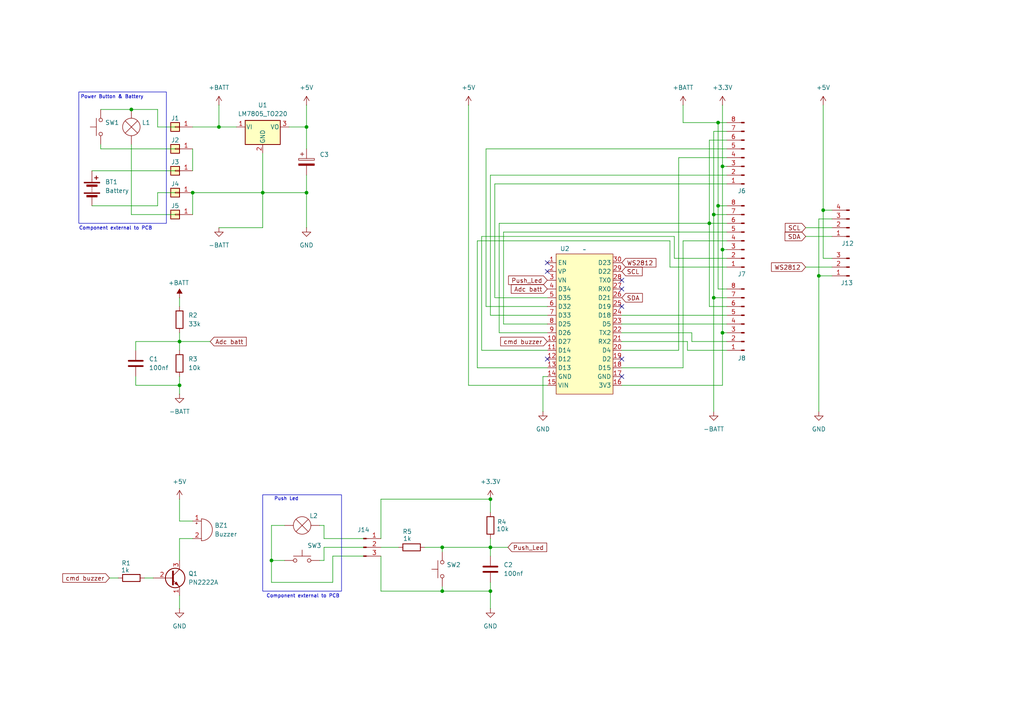
<source format=kicad_sch>
(kicad_sch (version 20250114) (generator "eeschema") (generator_version "9.0")
  (paper "A4")
  (title_block (title "Self Balancing Cube") (date "2024-09-04") (rev "1.12") (company "By Pedro51"))
  (lib_symbols
    (symbol "Connector:Conn_01x03_Pin" (pin_names (offset 1.016) (hide yes))
      (property "Reference" "J" (at 0 5.08 0))
      (property "Value" "Conn_01x03_Pin" (at 0 -5.08 0))
      (symbol "Conn_01x03_Pin_1_1"
        (rectangle (start 0.8636 2.667) (end 0 2.413) (stroke (width 0.1524)) (fill (type outline)))
        (rectangle (start 0.8636 0.127) (end 0 -0.127) (stroke (width 0.1524)) (fill (type outline)))
        (rectangle (start 0.8636 -2.413) (end 0 -2.667) (stroke (width 0.1524)) (fill (type outline)))
        (polyline (pts (xy 1.27 2.54) (xy 0.8636 2.54)) (stroke (width 0.1524)))
        (polyline (pts (xy 1.27 0) (xy 0.8636 0)) (stroke (width 0.1524)))
        (polyline (pts (xy 1.27 -2.54) (xy 0.8636 -2.54)) (stroke (width 0.1524)))
        (pin passive line (at 5.08 2.54 180) (length 3.81) (name "Pin_1") (number "1"))
        (pin passive line (at 5.08 0 180) (length 3.81) (name "Pin_2") (number "2"))
        (pin passive line (at 5.08 -2.54 180) (length 3.81) (name "Pin_3") (number "3"))
      )
    )
    (symbol "Connector:Conn_01x04_Pin" (pin_names (offset 1.016) (hide yes))
      (property "Reference" "J" (at 0 5.08 0))
      (property "Value" "Conn_01x04_Pin" (at 0 -7.62 0))
      (symbol "Conn_01x04_Pin_1_1"
        (rectangle (start 0.8636 2.667) (end 0 2.413) (stroke (width 0.1524)) (fill (type outline)))
        (rectangle (start 0.8636 0.127) (end 0 -0.127) (stroke (width 0.1524)) (fill (type outline)))
        (rectangle (start 0.8636 -2.413) (end 0 -2.667) (stroke (width 0.1524)) (fill (type outline)))
        (rectangle (start 0.8636 -4.953) (end 0 -5.207) (stroke (width 0.1524)) (fill (type outline)))
        (polyline (pts (xy 1.27 2.54) (xy 0.8636 2.54)) (stroke (width 0.1524)))
        (polyline (pts (xy 1.27 0) (xy 0.8636 0)) (stroke (width 0.1524)))
        (polyline (pts (xy 1.27 -2.54) (xy 0.8636 -2.54)) (stroke (width 0.1524)))
        (polyline (pts (xy 1.27 -5.08) (xy 0.8636 -5.08)) (stroke (width 0.1524)))
        (pin passive line (at 5.08 2.54 180) (length 3.81) (name "Pin_1") (number "1"))
        (pin passive line (at 5.08 0 180) (length 3.81) (name "Pin_2") (number "2"))
        (pin passive line (at 5.08 -2.54 180) (length 3.81) (name "Pin_3") (number "3"))
        (pin passive line (at 5.08 -5.08 180) (length 3.81) (name "Pin_4") (number "4"))
      )
    )
    (symbol "Connector:Conn_01x08_Pin" (pin_names (offset 1.016) (hide yes))
      (property "Reference" "J" (at 0 10.16 0))
      (property "Value" "Conn_01x08_Pin" (at 0 -12.7 0))
      (symbol "Conn_01x08_Pin_1_1"
        (rectangle (start 0.8636 7.747) (end 0 7.493) (stroke (width 0.1524)) (fill (type outline)))
        (rectangle (start 0.8636 5.207) (end 0 4.953) (stroke (width 0.1524)) (fill (type outline)))
        (rectangle (start 0.8636 2.667) (end 0 2.413) (stroke (width 0.1524)) (fill (type outline)))
        (rectangle (start 0.8636 0.127) (end 0 -0.127) (stroke (width 0.1524)) (fill (type outline)))
        (rectangle (start 0.8636 -2.413) (end 0 -2.667) (stroke (width 0.1524)) (fill (type outline)))
        (rectangle (start 0.8636 -4.953) (end 0 -5.207) (stroke (width 0.1524)) (fill (type outline)))
        (rectangle (start 0.8636 -7.493) (end 0 -7.747) (stroke (width 0.1524)) (fill (type outline)))
        (rectangle (start 0.8636 -10.033) (end 0 -10.287) (stroke (width 0.1524)) (fill (type outline)))
        (polyline (pts (xy 1.27 7.62) (xy 0.8636 7.62)) (stroke (width 0.1524)))
        (polyline (pts (xy 1.27 5.08) (xy 0.8636 5.08)) (stroke (width 0.1524)))
        (polyline (pts (xy 1.27 2.54) (xy 0.8636 2.54)) (stroke (width 0.1524)))
        (polyline (pts (xy 1.27 0) (xy 0.8636 0)) (stroke (width 0.1524)))
        (polyline (pts (xy 1.27 -2.54) (xy 0.8636 -2.54)) (stroke (width 0.1524)))
        (polyline (pts (xy 1.27 -5.08) (xy 0.8636 -5.08)) (stroke (width 0.1524)))
        (polyline (pts (xy 1.27 -7.62) (xy 0.8636 -7.62)) (stroke (width 0.1524)))
        (polyline (pts (xy 1.27 -10.16) (xy 0.8636 -10.16)) (stroke (width 0.1524)))
        (pin passive line (at 5.08 7.62 180) (length 3.81) (name "Pin_1") (number "1"))
        (pin passive line (at 5.08 5.08 180) (length 3.81) (name "Pin_2") (number "2"))
        (pin passive line (at 5.08 2.54 180) (length 3.81) (name "Pin_3") (number "3"))
        (pin passive line (at 5.08 0 180) (length 3.81) (name "Pin_4") (number "4"))
        (pin passive line (at 5.08 -2.54 180) (length 3.81) (name "Pin_5") (number "5"))
        (pin passive line (at 5.08 -5.08 180) (length 3.81) (name "Pin_6") (number "6"))
        (pin passive line (at 5.08 -7.62 180) (length 3.81) (name "Pin_7") (number "7"))
        (pin passive line (at 5.08 -10.16 180) (length 3.81) (name "Pin_8") (number "8"))
      )
    )
    (symbol "Connector_Generic:Conn_01x01" (pin_names (offset 1.016) (hide yes))
      (property "Reference" "J" (at 0 2.54 0))
      (property "Value" "Conn_01x01" (at 0 -2.54 0))
      (symbol "Conn_01x01_1_1"
        (rectangle (start -1.27 1.27) (end 1.27 -1.27) (stroke (width 0.254)) (fill (type background)))
        (rectangle (start -1.27 0.127) (end 0 -0.127) (stroke (width 0.1524)))
        (pin passive line (at -5.08 0 0) (length 3.81) (name "Pin_1") (number "1"))
      )
    )
    (symbol "Device:Battery" (pin_numbers (hide yes)) (pin_names (offset 0) (hide yes))
      (property "Reference" "BT" (at 2.54 2.54 0))
      (property "Value" "Battery" (at 2.54 0 0))
      (symbol "Battery_0_1"
        (rectangle (start -2.286 1.778) (end 2.286 1.524) (fill (type outline)))
        (rectangle (start -2.286 -1.27) (end 2.286 -1.524) (fill (type outline)))
        (rectangle (start -1.524 1.016) (end 1.524 0.508) (fill (type outline)))
        (rectangle (start -1.524 -2.032) (end 1.524 -2.54) (fill (type outline)))
        (polyline (pts (xy 0 1.778) (xy 0 2.54)))
        (polyline (pts (xy 0 0) (xy 0 0.254)))
        (polyline (pts (xy 0 -0.508) (xy 0 -0.254)))
        (polyline (pts (xy 0 -1.016) (xy 0 -0.762)))
        (polyline (pts (xy 0.762 3.048) (xy 1.778 3.048)) (stroke (width 0.254)))
        (polyline (pts (xy 1.27 3.556) (xy 1.27 2.54)) (stroke (width 0.254)))
      )
      (symbol "Battery_1_1"
        (pin passive line (at 0 5.08 270) (length 2.54) (name "+") (number "1"))
        (pin passive line (at 0 -5.08 90) (length 2.54) (name "-") (number "2"))
      )
    )
    (symbol "Device:Buzzer" (pin_names (offset 0.0254) (hide yes))
      (property "Reference" "BZ" (at 3.81 1.27 0))
      (property "Value" "Buzzer" (at 3.81 -1.27 0))
      (symbol "Buzzer_0_1"
        (polyline (pts (xy -1.651 1.905) (xy -1.143 1.905)))
        (polyline (pts (xy -1.397 2.159) (xy -1.397 1.651)))
        (arc (start 0 3.175) (mid 3.1612 0) (end 0 -3.175))
        (polyline (pts (xy 0 3.175) (xy 0 -3.175)))
      )
      (symbol "Buzzer_1_1"
        (pin passive line (at -2.54 2.54 0) (length 2.54) (name "+") (number "1"))
        (pin passive line (at -2.54 -2.54 0) (length 2.54) (name "-") (number "2"))
      )
    )
    (symbol "Device:C" (pin_numbers (hide yes)) (pin_names (offset 0.254))
      (property "Reference" "C" (at 0.635 2.54 0))
      (property "Value" "C" (at 0.635 -2.54 0))
      (symbol "C_0_1"
        (polyline (pts (xy -2.032 0.762) (xy 2.032 0.762)) (stroke (width 0.508)))
        (polyline (pts (xy -2.032 -0.762) (xy 2.032 -0.762)) (stroke (width 0.508)))
      )
      (symbol "C_1_1"
        (pin passive line (at 0 3.81 270) (length 2.794) (name "~") (number "1"))
        (pin passive line (at 0 -3.81 90) (length 2.794) (name "~") (number "2"))
      )
    )
    (symbol "Device:C_Polarized" (pin_numbers (hide yes)) (pin_names (offset 0.254))
      (property "Reference" "C" (at 0.635 2.54 0))
      (property "Value" "C_Polarized" (at 0.635 -2.54 0))
      (symbol "C_Polarized_0_1"
        (rectangle (start -2.286 0.508) (end 2.286 1.016))
        (polyline (pts (xy -1.778 2.286) (xy -0.762 2.286)))
        (polyline (pts (xy -1.27 2.794) (xy -1.27 1.778)))
        (rectangle (start 2.286 -0.508) (end -2.286 -1.016) (fill (type outline)))
      )
      (symbol "C_Polarized_1_1"
        (pin passive line (at 0 3.81 270) (length 2.794) (name "~") (number "1"))
        (pin passive line (at 0 -3.81 90) (length 2.794) (name "~") (number "2"))
      )
    )
    (symbol "Device:Lamp" (pin_numbers (hide yes)) (pin_names (offset 0.0254) (hide yes))
      (property "Reference" "LA" (at 0.635 3.81 0))
      (property "Value" "Lamp" (at 0.635 -3.81 0))
      (symbol "Lamp_0_1"
        (polyline (pts (xy -1.778 1.778) (xy 1.778 -1.778)))
        (circle (center 0 0) (radius 2.54))
        (polyline (pts (xy 1.778 1.778) (xy -1.778 -1.778)))
      )
      (symbol "Lamp_1_1"
        (pin passive line (at 0 5.08 270) (length 2.54) (name "+") (number "2"))
        (pin passive line (at 0 -5.08 90) (length 2.54) (name "-") (number "1"))
      )
    )
    (symbol "Device:R" (pin_numbers (hide yes)) (pin_names (offset 0))
      (property "Reference" "R" (at 2.032 0 90))
      (property "Value" "R" (at 0 0 90))
      (symbol "R_0_1"
        (rectangle (start -1.016 -2.54) (end 1.016 2.54) (stroke (width 0.254)))
      )
      (symbol "R_1_1"
        (pin passive line (at 0 3.81 270) (length 1.27) (name "~") (number "1"))
        (pin passive line (at 0 -3.81 90) (length 1.27) (name "~") (number "2"))
      )
    )
    (symbol "Regulator_Linear:LM7805_TO220" (pin_names (offset 0.254))
      (property "Reference" "U" (at -3.81 3.175 0))
      (property "Value" "LM7805_TO220" (at 0 3.175 0))
      (symbol "LM7805_TO220_0_1"
        (rectangle (start -5.08 1.905) (end 5.08 -5.08) (stroke (width 0.254)) (fill (type background)))
      )
      (symbol "LM7805_TO220_1_1"
        (pin power_in line (at -7.62 0 0) (length 2.54) (name "VI") (number "1"))
        (pin power_in line (at 0 -7.62 90) (length 2.54) (name "GND") (number "2"))
        (pin power_out line (at 7.62 0 180) (length 2.54) (name "VO") (number "3"))
      )
    )
    (symbol "Switch:SW_Push" (pin_numbers (hide yes)) (pin_names (offset 1.016) (hide yes))
      (property "Reference" "SW" (at 1.27 2.54 0))
      (property "Value" "SW_Push" (at 0 -1.524 0))
      (symbol "SW_Push_0_1"
        (circle (center -2.032 0) (radius 0.508))
        (polyline (pts (xy 0 1.27) (xy 0 3.048)))
        (circle (center 2.032 0) (radius 0.508))
        (polyline (pts (xy 2.54 1.27) (xy -2.54 1.27)))
        (pin passive line (at -5.08 0 0) (length 2.54) (name "1") (number "1"))
        (pin passive line (at 5.08 0 180) (length 2.54) (name "2") (number "2"))
      )
    )
    (symbol "SymbolePerso:ESP32_module_38pin"
      (property "Reference" "U?" (at -6.35 20.32 0))
      (symbol "ESP32_module_38pin_1_1"
        (polyline (pts (xy -7.62 19.05) (xy 8.89 19.05) (xy 8.89 -21.59) (xy -7.62 -21.59) (xy -7.62 19.05)) (fill (type background)))
        (pin input line (at -10.16 16.51 0) (length 2.54) (name "EN") (number "1"))
        (pin bidirectional line (at -10.16 13.97 0) (length 2.54) (name "VP") (number "2"))
        (pin bidirectional line (at -10.16 11.43 0) (length 2.54) (name "VN") (number "3"))
        (pin bidirectional line (at -10.16 8.89 0) (length 2.54) (name "D34") (number "4"))
        (pin bidirectional line (at -10.16 6.35 0) (length 2.54) (name "D35") (number "5"))
        (pin bidirectional line (at -10.16 3.81 0) (length 2.54) (name "D32") (number "6"))
        (pin bidirectional line (at -10.16 1.27 0) (length 2.54) (name "D33") (number "7"))
        (pin bidirectional line (at -10.16 -1.27 0) (length 2.54) (name "D25") (number "8"))
        (pin bidirectional line (at -10.16 -3.81 0) (length 2.54) (name "D26") (number "9"))
        (pin bidirectional line (at -10.16 -6.35 0) (length 2.54) (name "D27") (number "10"))
        (pin bidirectional line (at -10.16 -8.89 0) (length 2.54) (name "D14") (number "11"))
        (pin bidirectional line (at -10.16 -11.43 0) (length 2.54) (name "D12") (number "12"))
        (pin bidirectional line (at -10.16 -13.97 0) (length 2.54) (name "D13") (number "13"))
        (pin power_in line (at -10.16 -16.51 0) (length 2.54) (name "GND") (number "14"))
        (pin power_in line (at -10.16 -19.05 0) (length 2.54) (name "VIN") (number "15"))
        (pin bidirectional line (at 11.43 16.51 180) (length 2.54) (name "D23") (number "30"))
        (pin bidirectional line (at 11.43 13.97 180) (length 2.54) (name "D22") (number "29"))
        (pin output line (at 11.43 11.43 180) (length 2.54) (name "TX0") (number "28"))
        (pin input line (at 11.43 8.89 180) (length 2.54) (name "RX0") (number "27"))
        (pin bidirectional line (at 11.43 6.35 180) (length 2.54) (name "D21") (number "26"))
        (pin bidirectional line (at 11.43 3.81 180) (length 2.54) (name "D19") (number "25"))
        (pin bidirectional line (at 11.43 1.27 180) (length 2.54) (name "D18") (number "24"))
        (pin bidirectional line (at 11.43 -1.27 180) (length 2.54) (name "D5") (number "23"))
        (pin output line (at 11.43 -3.81 180) (length 2.54) (name "TX2") (number "22"))
        (pin input line (at 11.43 -6.35 180) (length 2.54) (name "RX2") (number "21"))
        (pin bidirectional line (at 11.43 -8.89 180) (length 2.54) (name "D4") (number "20"))
        (pin bidirectional line (at 11.43 -11.43 180) (length 2.54) (name "D2") (number "19"))
        (pin bidirectional line (at 11.43 -13.97 180) (length 2.54) (name "D15") (number "18"))
        (pin power_in line (at 11.43 -16.51 180) (length 2.54) (name "GND") (number "17"))
        (pin power_out line (at 11.43 -19.05 180) (length 2.54) (name "3V3") (number "16"))
      )
    )
    (symbol "Transistor_BJT:PN2222A" (pin_names (offset 0) (hide yes))
      (property "Reference" "Q" (at 5.08 1.905 0))
      (property "Value" "PN2222A" (at 5.08 0 0))
      (symbol "PN2222A_0_1"
        (polyline (pts (xy 0 0) (xy 0.635 0)))
        (polyline (pts (xy 0.635 1.905) (xy 0.635 -1.905) (xy 0.635 -1.905)) (stroke (width 0.508)))
        (polyline (pts (xy 1.143 -1.651) (xy 1.651 -1.143) (xy 2.159 -2.159) (xy 1.143 -1.651) (xy 1.143 -1.651)) (fill (type outline)))
        (circle (center 1.27 0) (radius 2.8194) (stroke (width 0.254)))
        (polyline (pts (xy 2.413 -2.413) (xy 1.905 -1.905) (xy 1.905 -1.905)))
        (polyline (pts (xy 2.54 2.54) (xy 0.635 0.635)))
        (polyline (pts (xy 2.54 -2.54) (xy 0.635 -0.635)))
      )
      (symbol "PN2222A_1_1"
        (pin input line (at -5.08 0 0) (length 5.08) (name "B") (number "2"))
        (pin passive line (at 2.54 5.08 270) (length 2.54) (name "C") (number "3"))
        (pin passive line (at 2.54 -5.08 90) (length 2.54) (name "E") (number "1"))
      )
    )
    (symbol "power:+3.3V" (power) (pin_numbers (hide yes)) (pin_names (offset 0) (hide yes))
      (property "Value" "+3.3V" (at 0 3.556 0))
      (symbol "+3.3V_0_1"
        (polyline (pts (xy -0.762 1.27) (xy 0 2.54)))
        (polyline (pts (xy 0 2.54) (xy 0.762 1.27)))
        (polyline (pts (xy 0 0) (xy 0 2.54)))
      )
      (symbol "+3.3V_1_1"
        (pin power_in line (at 0 0 90) (length 0) (name "~") (number "1"))
      )
    )
    (symbol "power:+5V" (power) (pin_numbers (hide yes)) (pin_names (offset 0) (hide yes))
      (property "Value" "+5V" (at 0 3.556 0))
      (symbol "+5V_0_1"
        (polyline (pts (xy -0.762 1.27) (xy 0 2.54)))
        (polyline (pts (xy 0 2.54) (xy 0.762 1.27)))
        (polyline (pts (xy 0 0) (xy 0 2.54)))
      )
      (symbol "+5V_1_1"
        (pin power_in line (at 0 0 90) (length 0) (name "~") (number "1"))
      )
    )
    (symbol "power:+BATT" (power) (pin_numbers (hide yes)) (pin_names (offset 0) (hide yes))
      (property "Value" "+BATT" (at 0 3.556 0))
      (symbol "+BATT_0_1"
        (polyline (pts (xy -0.762 1.27) (xy 0 2.54)))
        (polyline (pts (xy 0 2.54) (xy 0.762 1.27)))
        (polyline (pts (xy 0 0) (xy 0 2.54)))
      )
      (symbol "+BATT_1_1"
        (pin power_in line (at 0 0 90) (length 0) (name "~") (number "1"))
      )
    )
    (symbol "power:-BATT" (power) (pin_numbers (hide yes)) (pin_names (offset 0) (hide yes))
      (property "Value" "-BATT" (at 0 3.556 0))
      (symbol "-BATT_0_1"
        (polyline (pts (xy 0 0) (xy 0 2.54)))
        (polyline (pts (xy 0.762 1.27) (xy -0.762 1.27) (xy 0 2.54) (xy 0.762 1.27)) (fill (type outline)))
      )
      (symbol "-BATT_1_1"
        (pin power_in line (at 0 0 90) (length 0) (name "~") (number "1"))
      )
    )
    (symbol "power:GND" (power) (pin_numbers (hide yes)) (pin_names (offset 0) (hide yes))
      (property "Value" "GND" (at 0 -3.81 0))
      (symbol "GND_0_1"
        (polyline (pts (xy 0 0) (xy 0 -1.27) (xy 1.27 -1.27) (xy 0 -2.54) (xy -1.27 -1.27) (xy 0 -1.27)))
      )
      (symbol "GND_1_1"
        (pin power_in line (at 0 0 270) (length 0) (name "~") (number "1"))
      )
    )
  )
  (rectangle (start 22.86 26.67) (end 48.26 64.77))
  (rectangle (start 76.2 143.51) (end 99.06 171.45))
  (text "Component external to PCB" (at 87.884 172.974 0) (effects (font (size 1 1))))
  (text "Push Led" (at 83.058 144.78 0) (effects (font (size 1 1))))
  (text "Component external to PCB" (at 33.528 66.294 0) (effects (font (size 1 1))))
  (text "Power Button & Battery" (at 32.512 28.194 0) (effects (font (size 1 1))))
  (junction (at 205.74 64.77))
  (junction (at 52.07 111.76))
  (junction (at 142.24 144.78))
  (junction (at 38.1 31.75))
  (junction (at 208.28 35.56))
  (junction (at 208.28 59.69))
  (junction (at 238.76 60.96))
  (junction (at 52.07 99.06))
  (junction (at 128.27 171.45))
  (junction (at 88.9 36.83))
  (junction (at 88.9 55.88))
  (junction (at 142.24 171.45))
  (junction (at 207.01 86.36))
  (junction (at 128.27 158.75))
  (junction (at 237.49 80.01))
  (junction (at 209.55 96.52))
  (junction (at 76.2 55.88))
  (junction (at 209.55 72.39))
  (junction (at 78.74 162.56))
  (junction (at 55.88 55.88))
  (junction (at 209.55 48.26))
  (junction (at 142.24 158.75))
  (junction (at 207.01 62.23))
  (junction (at 63.5 36.83))
  (no_connect (at 180.34 83.82))
  (no_connect (at 180.34 104.14))
  (no_connect (at 158.75 104.14))
  (no_connect (at 158.75 76.2))
  (no_connect (at 180.34 88.9))
  (no_connect (at 158.75 78.74))
  (no_connect (at 180.34 109.22))
  (no_connect (at 180.34 81.28))
  (wire (pts (xy 52.07 172.72) (xy 52.07 176.53)))
  (wire (pts (xy 139.7 68.58) (xy 139.7 101.6)))
  (wire (pts (xy 142.24 158.75) (xy 147.32 158.75)))
  (wire (pts (xy 209.55 48.26) (xy 209.55 72.39)))
  (wire (pts (xy 128.27 170.18) (xy 128.27 171.45)))
  (wire (pts (xy 29.21 43.18) (xy 50.8 43.18)))
  (wire (pts (xy 55.88 55.88) (xy 76.2 55.88)))
  (wire (pts (xy 199.39 101.6) (xy 199.39 99.06)))
  (wire (pts (xy 180.34 91.44) (xy 210.82 91.44)))
  (wire (pts (xy 144.78 96.52) (xy 144.78 64.77)))
  (wire (pts (xy 198.12 35.56) (xy 208.28 35.56)))
  (wire (pts (xy 205.74 64.77) (xy 210.82 64.77)))
  (wire (pts (xy 142.24 50.8) (xy 142.24 91.44)))
  (wire (pts (xy 209.55 72.39) (xy 210.82 72.39)))
  (wire (pts (xy 110.49 171.45) (xy 110.49 161.29)))
  (wire (pts (xy 52.07 111.76) (xy 52.07 114.3)))
  (wire (pts (xy 88.9 36.83) (xy 88.9 43.18)))
  (wire (pts (xy 105.41 156.21) (xy 93.98 156.21)))
  (wire (pts (xy 209.55 72.39) (xy 209.55 96.52)))
  (wire (pts (xy 142.24 168.91) (xy 142.24 171.45)))
  (wire (pts (xy 55.88 151.13) (xy 52.07 151.13)))
  (wire (pts (xy 198.12 106.68) (xy 180.34 106.68)))
  (wire (pts (xy 110.49 171.45) (xy 128.27 171.45)))
  (wire (pts (xy 210.82 77.47) (xy 194.31 77.47)))
  (wire (pts (xy 105.41 158.75) (xy 93.98 158.75)))
  (wire (pts (xy 210.82 74.93) (xy 195.58 74.93)))
  (wire (pts (xy 210.82 50.8) (xy 142.24 50.8)))
  (wire (pts (xy 52.07 109.22) (xy 52.07 111.76)))
  (wire (pts (xy 78.74 162.56) (xy 82.55 162.56)))
  (wire (pts (xy 143.51 86.36) (xy 143.51 53.34)))
  (wire (pts (xy 39.37 111.76) (xy 39.37 109.22)))
  (wire (pts (xy 52.07 99.06) (xy 52.07 101.6)))
  (wire (pts (xy 199.39 99.06) (xy 180.34 99.06)))
  (wire (pts (xy 55.88 55.88) (xy 55.88 62.23)))
  (wire (pts (xy 83.82 36.83) (xy 88.9 36.83)))
  (wire (pts (xy 93.98 158.75) (xy 93.98 162.56)))
  (wire (pts (xy 200.66 99.06) (xy 210.82 99.06)))
  (wire (pts (xy 52.07 156.21) (xy 55.88 156.21)))
  (wire (pts (xy 123.19 158.75) (xy 128.27 158.75)))
  (wire (pts (xy 138.43 106.68) (xy 158.75 106.68)))
  (wire (pts (xy 88.9 55.88) (xy 88.9 66.04)))
  (wire (pts (xy 110.49 144.78) (xy 110.49 156.21)))
  (wire (pts (xy 93.98 156.21) (xy 93.98 152.4)))
  (wire (pts (xy 233.68 66.04) (xy 241.3 66.04)))
  (wire (pts (xy 128.27 158.75) (xy 128.27 160.02)))
  (wire (pts (xy 140.97 43.18) (xy 140.97 88.9)))
  (wire (pts (xy 210.82 43.18) (xy 140.97 43.18)))
  (wire (pts (xy 209.55 111.76) (xy 209.55 96.52)))
  (wire (pts (xy 128.27 158.75) (xy 142.24 158.75)))
  (wire (pts (xy 29.21 43.18) (xy 29.21 41.91)))
  (wire (pts (xy 41.91 167.64) (xy 44.45 167.64)))
  (wire (pts (xy 158.75 109.22) (xy 157.48 109.22)))
  (wire (pts (xy 52.07 144.78) (xy 52.07 151.13)))
  (wire (pts (xy 52.07 111.76) (xy 39.37 111.76)))
  (wire (pts (xy 205.74 40.64) (xy 205.74 64.77)))
  (wire (pts (xy 210.82 88.9) (xy 205.74 88.9)))
  (wire (pts (xy 210.82 67.31) (xy 146.05 67.31)))
  (wire (pts (xy 196.85 45.72) (xy 196.85 101.6)))
  (wire (pts (xy 38.1 41.91) (xy 38.1 62.23)))
  (wire (pts (xy 207.01 62.23) (xy 210.82 62.23)))
  (wire (pts (xy 241.3 60.96) (xy 238.76 60.96)))
  (wire (pts (xy 241.3 63.5) (xy 237.49 63.5)))
  (wire (pts (xy 237.49 80.01) (xy 241.3 80.01)))
  (wire (pts (xy 52.07 162.56) (xy 52.07 156.21)))
  (wire (pts (xy 76.2 44.45) (xy 76.2 55.88)))
  (wire (pts (xy 92.71 152.4) (xy 93.98 152.4)))
  (wire (pts (xy 208.28 35.56) (xy 208.28 59.69)))
  (wire (pts (xy 207.01 38.1) (xy 207.01 62.23)))
  (wire (pts (xy 207.01 86.36) (xy 207.01 119.38)))
  (wire (pts (xy 207.01 86.36) (xy 207.01 62.23)))
  (wire (pts (xy 210.82 35.56) (xy 208.28 35.56)))
  (wire (pts (xy 139.7 101.6) (xy 158.75 101.6)))
  (wire (pts (xy 110.49 158.75) (xy 115.57 158.75)))
  (wire (pts (xy 210.82 69.85) (xy 198.12 69.85)))
  (wire (pts (xy 146.05 67.31) (xy 146.05 93.98)))
  (wire (pts (xy 146.05 93.98) (xy 158.75 93.98)))
  (wire (pts (xy 88.9 30.48) (xy 88.9 36.83)))
  (wire (pts (xy 180.34 111.76) (xy 209.55 111.76)))
  (wire (pts (xy 210.82 45.72) (xy 196.85 45.72)))
  (wire (pts (xy 92.71 162.56) (xy 93.98 162.56)))
  (wire (pts (xy 55.88 36.83) (xy 63.5 36.83)))
  (wire (pts (xy 196.85 101.6) (xy 180.34 101.6)))
  (wire (pts (xy 210.82 40.64) (xy 205.74 40.64)))
  (wire (pts (xy 39.37 101.6) (xy 39.37 99.06)))
  (wire (pts (xy 52.07 99.06) (xy 60.96 99.06)))
  (wire (pts (xy 76.2 55.88) (xy 76.2 66.04)))
  (wire (pts (xy 142.24 144.78) (xy 142.24 148.59)))
  (wire (pts (xy 158.75 86.36) (xy 143.51 86.36)))
  (wire (pts (xy 241.3 74.93) (xy 238.76 74.93)))
  (wire (pts (xy 158.75 111.76) (xy 135.89 111.76)))
  (wire (pts (xy 237.49 63.5) (xy 237.49 80.01)))
  (wire (pts (xy 210.82 101.6) (xy 199.39 101.6)))
  (wire (pts (xy 142.24 171.45) (xy 142.24 176.53)))
  (wire (pts (xy 31.75 167.64) (xy 34.29 167.64)))
  (wire (pts (xy 210.82 86.36) (xy 207.01 86.36)))
  (wire (pts (xy 210.82 38.1) (xy 207.01 38.1)))
  (wire (pts (xy 78.74 152.4) (xy 82.55 152.4)))
  (wire (pts (xy 88.9 50.8) (xy 88.9 55.88)))
  (wire (pts (xy 128.27 171.45) (xy 142.24 171.45)))
  (wire (pts (xy 195.58 68.58) (xy 139.7 68.58)))
  (wire (pts (xy 96.52 161.29) (xy 96.52 168.91)))
  (wire (pts (xy 45.72 59.69) (xy 26.67 59.69)))
  (wire (pts (xy 45.72 55.88) (xy 45.72 59.69)))
  (wire (pts (xy 45.72 31.75) (xy 45.72 36.83)))
  (wire (pts (xy 29.21 31.75) (xy 38.1 31.75)))
  (wire (pts (xy 38.1 31.75) (xy 45.72 31.75)))
  (wire (pts (xy 142.24 91.44) (xy 158.75 91.44)))
  (wire (pts (xy 195.58 74.93) (xy 195.58 68.58)))
  (wire (pts (xy 157.48 109.22) (xy 157.48 119.38)))
  (wire (pts (xy 52.07 96.52) (xy 52.07 99.06)))
  (wire (pts (xy 50.8 49.53) (xy 26.67 49.53)))
  (wire (pts (xy 63.5 36.83) (xy 68.58 36.83)))
  (wire (pts (xy 238.76 30.48) (xy 238.76 60.96)))
  (wire (pts (xy 50.8 62.23) (xy 38.1 62.23)))
  (wire (pts (xy 39.37 99.06) (xy 52.07 99.06)))
  (wire (pts (xy 209.55 96.52) (xy 210.82 96.52)))
  (wire (pts (xy 237.49 80.01) (xy 237.49 119.38)))
  (wire (pts (xy 198.12 69.85) (xy 198.12 106.68)))
  (wire (pts (xy 238.76 74.93) (xy 238.76 60.96)))
  (wire (pts (xy 208.28 59.69) (xy 210.82 59.69)))
  (wire (pts (xy 55.88 43.18) (xy 55.88 49.53)))
  (wire (pts (xy 78.74 152.4) (xy 78.74 162.56)))
  (wire (pts (xy 76.2 55.88) (xy 88.9 55.88)))
  (wire (pts (xy 140.97 88.9) (xy 158.75 88.9)))
  (wire (pts (xy 63.5 30.48) (xy 63.5 36.83)))
  (wire (pts (xy 210.82 83.82) (xy 208.28 83.82)))
  (wire (pts (xy 194.31 77.47) (xy 194.31 69.85)))
  (wire (pts (xy 210.82 48.26) (xy 209.55 48.26)))
  (wire (pts (xy 198.12 30.48) (xy 198.12 35.56)))
  (wire (pts (xy 45.72 36.83) (xy 50.8 36.83)))
  (wire (pts (xy 76.2 66.04) (xy 63.5 66.04)))
  (wire (pts (xy 158.75 96.52) (xy 144.78 96.52)))
  (wire (pts (xy 78.74 162.56) (xy 78.74 168.91)))
  (wire (pts (xy 142.24 161.29) (xy 142.24 158.75)))
  (wire (pts (xy 143.51 53.34) (xy 210.82 53.34)))
  (wire (pts (xy 96.52 168.91) (xy 78.74 168.91)))
  (wire (pts (xy 180.34 93.98) (xy 210.82 93.98)))
  (wire (pts (xy 138.43 69.85) (xy 138.43 106.68)))
  (wire (pts (xy 110.49 144.78) (xy 142.24 144.78)))
  (wire (pts (xy 142.24 156.21) (xy 142.24 158.75)))
  (wire (pts (xy 208.28 83.82) (xy 208.28 59.69)))
  (wire (pts (xy 233.68 68.58) (xy 241.3 68.58)))
  (wire (pts (xy 144.78 64.77) (xy 205.74 64.77)))
  (wire (pts (xy 135.89 111.76) (xy 135.89 30.48)))
  (wire (pts (xy 200.66 96.52) (xy 200.66 99.06)))
  (wire (pts (xy 50.8 55.88) (xy 45.72 55.88)))
  (wire (pts (xy 52.07 86.36) (xy 52.07 88.9)))
  (wire (pts (xy 209.55 30.48) (xy 209.55 48.26)))
  (wire (pts (xy 105.41 161.29) (xy 96.52 161.29)))
  (wire (pts (xy 180.34 96.52) (xy 200.66 96.52)))
  (wire (pts (xy 233.68 77.47) (xy 241.3 77.47)))
  (wire (pts (xy 205.74 88.9) (xy 205.74 64.77)))
  (wire (pts (xy 194.31 69.85) (xy 138.43 69.85)))
  (global_label "SCL" (shape input) (at 233.68 66.04 180) (property "Intersheetrefs" "${INTERSHEET_REFS}" (effects (hide yes))))
  (global_label "Push_Led" (shape input) (at 147.32 158.75 0) (property "Intersheetrefs" "${INTERSHEET_REFS}" (effects (hide yes))))
  (global_label "cmd buzzer" (shape input) (at 31.75 167.64 180) (property "Intersheetrefs" "${INTERSHEET_REFS}" (effects (hide yes))))
  (global_label "SCL" (shape input) (at 180.34 78.74 0) (property "Intersheetrefs" "${INTERSHEET_REFS}" (effects (hide yes))))
  (global_label "WS2812" (shape input) (at 180.34 76.2 0) (property "Intersheetrefs" "${INTERSHEET_REFS}" (effects (hide yes))))
  (global_label "WS2812" (shape input) (at 233.68 77.47 180) (property "Intersheetrefs" "${INTERSHEET_REFS}" (effects (hide yes))))
  (global_label "SDA" (shape input) (at 233.68 68.58 180) (property "Intersheetrefs" "${INTERSHEET_REFS}" (effects (hide yes))))
  (global_label "SDA" (shape input) (at 180.34 86.36 0) (property "Intersheetrefs" "${INTERSHEET_REFS}" (effects (hide yes))))
  (global_label "Adc batt" (shape input) (at 158.75 83.82 180) (property "Intersheetrefs" "${INTERSHEET_REFS}" (effects (hide yes))))
  (global_label "Adc batt" (shape input) (at 60.96 99.06 0) (property "Intersheetrefs" "${INTERSHEET_REFS}" (effects (hide yes))))
  (global_label "Push_Led" (shape input) (at 158.75 81.28 180) (property "Intersheetrefs" "${INTERSHEET_REFS}" (effects (hide yes))))
  (global_label "cmd buzzer" (shape input) (at 158.75 99.06 180) (property "Intersheetrefs" "${INTERSHEET_REFS}" (effects (hide yes))))
  (symbol (lib_id "power:+3.3V") (at 142.24 144.78 0) (unit 1)
    (property "Reference" "#PWR09" (effects (hide yes)))
    (property "Value" "+3.3V" (at 142.24 139.7 0))
    (property "Description" "Power symbol creates a global label with name \"+3.3V\"" (effects (hide yes)))
  )
  (symbol (lib_id "power:+BATT") (at 63.5 30.48 0) (unit 1)
    (property "Reference" "#PWR05" (effects (hide yes)))
    (property "Value" "+BATT" (at 63.5 25.4 0))
    (property "Description" "Power symbol creates a global label with name \"+BATT\"" (effects (hide yes)))
  )
  (symbol (lib_id "Connector:Conn_01x08_Pin") (at 215.9 45.72 180) (unit 1)
    (property "Reference" "J6" (at 215.138 55.372 0))
    (property "Value" "Conn_01x08_Pin" (effects (hide yes)))
    (property "Footprint" "Connector_JST:JST_ZH_B8B-ZR_1x08_P1.50mm_Vertical" (effects (hide yes)))
    (property "Description" "Generic connector, single row, 01x08, script generated" (effects (hide yes)))
  )
  (symbol (lib_id "power:+5V") (at 88.9 30.48 0) (unit 1)
    (property "Reference" "#PWR019" (effects (hide yes)))
    (property "Value" "+5V" (at 88.9 25.4 0))
    (property "Description" "Power symbol creates a global label with name \"+5V\"" (effects (hide yes)))
  )
  (symbol (lib_id "Device:C") (at 39.37 105.41 0) (unit 1)
    (property "Reference" "C1" (at 43.18 104.1399 0) (effects (justify left)))
    (property "Value" "100nf" (at 43.18 106.6799 0) (effects (justify left)))
    (property "Footprint" "Capacitor_THT:C_Disc_D5.0mm_W2.5mm_P2.50mm" (effects (hide yes)))
    (property "Description" "Unpolarized capacitor" (effects (hide yes)))
  )
  (symbol (lib_id "Switch:SW_Push") (at 128.27 165.1 90) (unit 1)
    (property "Reference" "SW2" (at 129.54 163.8299 90) (effects (justify right)))
    (property "Value" "SW_Push" (effects (hide yes)))
    (property "Footprint" "Button_Switch_THT:SW_PUSH_6mm" (effects (hide yes)))
    (property "Description" "Push button switch, generic, two pins" (effects (hide yes)))
  )
  (symbol (lib_id "power:-BATT") (at 52.07 86.36 0) (unit 1)
    (property "Reference" "#PWR01" (effects (hide yes)))
    (property "Value" "+BATT" (at 51.816 82.042 0))
    (property "Description" "Power symbol creates a global label with name \"-BATT\"" (effects (hide yes)))
  )
  (symbol (lib_id "Switch:SW_Push") (at 87.63 162.56 0) (unit 1) (on_board no)
    (property "Reference" "SW3" (at 91.186 158.242 0))
    (property "Value" "SW_Push" (effects (hide yes)))
    (property "Description" "Push button switch, generic, two pins" (effects (hide yes)))
  )
  (symbol (lib_id "Device:Lamp") (at 87.63 152.4 90) (unit 1) (in_bom no) (on_board no)
    (property "Reference" "L2" (at 92.202 149.606 90) (effects (justify left)))
    (property "Value" "Lamp" (effects (hide yes)))
    (property "Description" "Lamp" (effects (hide yes)))
  )
  (symbol (lib_id "power:GND") (at 207.01 119.38 0) (unit 1)
    (property "Reference" "#PWR014" (effects (hide yes)))
    (property "Value" "-BATT" (at 207.01 124.46 0))
    (property "Description" "Power symbol creates a global label with name \"GND\" , ground" (effects (hide yes)))
  )
  (symbol (lib_id "Connector:Conn_01x08_Pin") (at 215.9 93.98 180) (unit 1)
    (property "Reference" "J8" (at 215.138 103.886 0))
    (property "Value" "Conn_01x08_Pin" (effects (hide yes)))
    (property "Footprint" "Connector_JST:JST_ZH_B8B-ZR_1x08_P1.50mm_Vertical" (effects (hide yes)))
    (property "Description" "Generic connector, single row, 01x08, script generated" (effects (hide yes)))
  )
  (symbol (lib_id "power:GND") (at 88.9 66.04 0) (unit 1)
    (property "Reference" "#PWR08" (effects (hide yes)))
    (property "Value" "GND" (at 88.9 71.12 0))
    (property "Description" "Power symbol creates a global label with name \"GND\" , ground" (effects (hide yes)))
  )
  (symbol (lib_id "Connector_Generic:Conn_01x01") (at 50.8 62.23 180) (unit 1)
    (property "Reference" "J5" (at 50.8 59.69 0))
    (property "Value" "Conn_01x01" (effects (hide yes)))
    (property "Footprint" "Connector_Wire:SolderWire-0.5sqmm_1x01_D0.9mm_OD2.1mm" (effects (hide yes)))
    (property "Description" "Generic connector, single row, 01x01, script generated (kicad-library-utils/schlib/autogen/connector/)" (effects (hide yes)))
  )
  (symbol (lib_id "Device:R") (at 38.1 167.64 90) (unit 1)
    (property "Reference" "R1" (at 36.576 163.322 90))
    (property "Value" "1k" (at 36.322 165.354 90))
    (property "Footprint" "Resistor_THT:R_Axial_DIN0204_L3.6mm_D1.6mm_P5.08mm_Horizontal" (effects (hide yes)))
    (property "Description" "Resistor" (effects (hide yes)))
  )
  (symbol (lib_id "Connector:Conn_01x08_Pin") (at 215.9 69.85 180) (unit 1)
    (property "Reference" "J7" (at 215.138 79.502 0))
    (property "Value" "Conn_01x08_Pin" (effects (hide yes)))
    (property "Footprint" "Connector_JST:JST_ZH_B8B-ZR_1x08_P1.50mm_Vertical" (effects (hide yes)))
    (property "Description" "Generic connector, single row, 01x08, script generated" (effects (hide yes)))
  )
  (symbol (lib_id "Device:Lamp") (at 38.1 36.83 0) (unit 1) (in_bom no) (on_board no)
    (property "Reference" "L1" (at 41.148 35.56 0) (effects (justify left)))
    (property "Value" "Lamp" (effects (hide yes)))
    (property "Description" "Lamp" (effects (hide yes)))
  )
  (symbol (lib_id "power:+3.3V") (at 209.55 30.48 0) (unit 1)
    (property "Reference" "#PWR015" (effects (hide yes)))
    (property "Value" "+3.3V" (at 209.55 25.4 0))
    (property "Description" "Power symbol creates a global label with name \"+3.3V\"" (effects (hide yes)))
  )
  (symbol (lib_id "Regulator_Linear:LM7805_TO220") (at 76.2 36.83 0) (unit 1)
    (property "Reference" "U1" (at 76.2 30.48 0))
    (property "Value" "LM7805_TO220" (at 76.2 33.02 0))
    (property "Footprint" "Package_TO_SOT_THT:TO-220-3_Vertical" (effects (hide yes)))
    (property "Datasheet" "https://www.onsemi.cn/PowerSolutions/document/MC7800-D.PDF" (effects (hide yes)))
    (property "Description" "Positive 1A 35V Linear Regulator, Fixed Output 5V, TO-220" (effects (hide yes)))
  )
  (symbol (lib_id "power:GND") (at 52.07 114.3 0) (unit 1)
    (property "Reference" "#PWR02" (effects (hide yes)))
    (property "Value" "-BATT" (at 52.07 119.38 0))
    (property "Description" "Power symbol creates a global label with name \"GND\" , ground" (effects (hide yes)))
  )
  (symbol (lib_id "power:+5V") (at 238.76 30.48 0) (unit 1)
    (property "Reference" "#PWR07" (effects (hide yes)))
    (property "Value" "+5V" (at 238.76 25.4 0))
    (property "Description" "Power symbol creates a global label with name \"+5V\"" (effects (hide yes)))
  )
  (symbol (lib_id "Connector_Generic:Conn_01x01") (at 50.8 43.18 180) (unit 1)
    (property "Reference" "J2" (at 50.8 40.64 0))
    (property "Value" "Conn_01x01" (effects (hide yes)))
    (property "Footprint" "Connector_Wire:SolderWire-2sqmm_1x01_D2mm_OD3.9mm" (effects (hide yes)))
    (property "Description" "Generic connector, single row, 01x01, script generated (kicad-library-utils/schlib/autogen/connector/)" (effects (hide yes)))
  )
  (symbol (lib_id "Device:R") (at 52.07 92.71 0) (unit 1)
    (property "Reference" "R2" (at 54.61 91.4399 0) (effects (justify left)))
    (property "Value" "33k" (at 54.61 93.98 0) (effects (justify left)))
    (property "Footprint" "Resistor_THT:R_Axial_DIN0204_L3.6mm_D1.6mm_P5.08mm_Horizontal" (effects (hide yes)))
    (property "Description" "Resistor" (effects (hide yes)))
  )
  (symbol (lib_id "Connector_Generic:Conn_01x01") (at 50.8 49.53 180) (unit 1)
    (property "Reference" "J3" (at 50.8 46.99 0))
    (property "Value" "Conn_01x01" (effects (hide yes)))
    (property "Footprint" "Connector_Wire:SolderWire-2sqmm_1x01_D2mm_OD3.9mm" (effects (hide yes)))
    (property "Description" "Generic connector, single row, 01x01, script generated (kicad-library-utils/schlib/autogen/connector/)" (effects (hide yes)))
  )
  (symbol (lib_id "power:+BATT") (at 198.12 30.48 0) (unit 1)
    (property "Reference" "#PWR013" (effects (hide yes)))
    (property "Value" "+BATT" (at 198.12 25.4 0))
    (property "Description" "Power symbol creates a global label with name \"+BATT\"" (effects (hide yes)))
  )
  (symbol (lib_id "Device:Buzzer") (at 58.42 153.67 0) (unit 1)
    (property "Reference" "BZ1" (at 62.23 152.3999 0) (effects (justify left)))
    (property "Value" "Buzzer" (at 62.23 154.9399 0) (effects (justify left)))
    (property "Footprint" "Buzzer_Beeper:Buzzer_12x9.5RM7.6" (effects (hide yes)))
    (property "Description" "Buzzer, polarized" (effects (hide yes)))
  )
  (symbol (lib_id "SymbolePerso:ESP32_module_38pin") (at 168.91 92.71 0) (unit 1)
    (property "Reference" "U2" (at 163.83 72.136 0))
    (property "Value" "~" (at 169.545 72.39 0))
    (property "Footprint" "Library:esp module 30pins" (effects (hide yes)))
  )
  (symbol (lib_id "Device:R") (at 142.24 152.4 180) (unit 1)
    (property "Reference" "R4" (at 145.542 151.384 0))
    (property "Value" "10k" (at 145.796 153.416 0))
    (property "Footprint" "Resistor_THT:R_Axial_DIN0204_L3.6mm_D1.6mm_P5.08mm_Horizontal" (effects (hide yes)))
    (property "Description" "Resistor" (effects (hide yes)))
  )
  (symbol (lib_id "Device:C") (at 142.24 165.1 0) (unit 1)
    (property "Reference" "C2" (at 146.05 163.8299 0) (effects (justify left)))
    (property "Value" "100nf" (at 146.05 166.3699 0) (effects (justify left)))
    (property "Footprint" "Capacitor_THT:C_Disc_D5.0mm_W2.5mm_P2.50mm" (effects (hide yes)))
    (property "Description" "Unpolarized capacitor" (effects (hide yes)))
  )
  (symbol (lib_id "Connector:Conn_01x03_Pin") (at 105.41 158.75 0) (unit 1)
    (property "Reference" "J14" (at 105.41 153.67 0))
    (property "Value" "Conn_01x03_Pin" (effects (hide yes)))
    (property "Footprint" "Connector_JST:JST_ZH_B3B-ZR_1x03_P1.50mm_Vertical" (effects (hide yes)))
    (property "Description" "Generic connector, single row, 01x03, script generated" (effects (hide yes)))
  )
  (symbol (lib_id "Transistor_BJT:PN2222A") (at 49.53 167.64 0) (unit 1)
    (property "Reference" "Q1" (at 54.61 166.3699 0) (effects (justify left)))
    (property "Value" "PN2222A" (at 54.61 168.9099 0) (effects (justify left)))
    (property "Footprint" "Package_TO_SOT_THT:TO-92_Inline" (effects (hide yes)))
    (property "Datasheet" "https://www.onsemi.com/pub/Collateral/PN2222-D.PDF" (effects (hide yes)))
    (property "Description" "1A Ic, 40V Vce, NPN Transistor, General Purpose Transistor, TO-92" (effects (hide yes)))
  )
  (symbol (lib_id "Connector:Conn_01x03_Pin") (at 246.38 77.47 180) (unit 1)
    (property "Reference" "J13" (at 245.618 82.042 0))
    (property "Value" "Conn_01x03_Pin" (effects (hide yes)))
    (property "Footprint" "Connector_JST:JST_ZH_B3B-ZR_1x03_P1.50mm_Vertical" (effects (hide yes)))
    (property "Description" "Generic connector, single row, 01x03, script generated" (effects (hide yes)))
  )
  (symbol (lib_id "Device:R") (at 119.38 158.75 270) (unit 1)
    (property "Reference" "R5" (at 118.11 154.178 90))
    (property "Value" "1k" (at 118.11 156.21 90))
    (property "Footprint" "Resistor_THT:R_Axial_DIN0204_L3.6mm_D1.6mm_P5.08mm_Horizontal" (effects (hide yes)))
    (property "Description" "Resistor" (effects (hide yes)))
  )
  (symbol (lib_id "power:GND") (at 237.49 119.38 0) (unit 1)
    (property "Reference" "#PWR016" (effects (hide yes)))
    (property "Value" "GND" (at 237.49 124.46 0))
    (property "Description" "Power symbol creates a global label with name \"GND\" , ground" (effects (hide yes)))
  )
  (symbol (lib_id "Device:Battery") (at 26.67 54.61 0) (unit 1) (on_board no)
    (property "Reference" "BT1" (at 30.48 52.7684 0) (effects (justify left)))
    (property "Value" "Battery" (at 30.48 55.3084 0) (effects (justify left)))
    (property "Description" "Multiple-cell battery" (effects (hide yes)))
  )
  (symbol (lib_id "Connector:Conn_01x04_Pin") (at 246.38 66.04 180) (unit 1)
    (property "Reference" "J12" (at 245.872 70.612 0))
    (property "Value" "Conn_01x04_Pin" (effects (hide yes)))
    (property "Footprint" "Connector_JST:JST_ZH_B4B-ZR_1x04_P1.50mm_Vertical" (effects (hide yes)))
    (property "Description" "Generic connector, single row, 01x04, script generated" (effects (hide yes)))
  )
  (symbol (lib_id "Connector_Generic:Conn_01x01") (at 50.8 55.88 180) (unit 1)
    (property "Reference" "J4" (at 50.8 53.34 0))
    (property "Value" "Conn_01x01" (effects (hide yes)))
    (property "Footprint" "Connector_Wire:SolderWire-2sqmm_1x01_D2mm_OD3.9mm" (effects (hide yes)))
    (property "Description" "Generic connector, single row, 01x01, script generated (kicad-library-utils/schlib/autogen/connector/)" (effects (hide yes)))
  )
  (symbol (lib_id "Switch:SW_Push") (at 29.21 36.83 90) (unit 1) (on_board no)
    (property "Reference" "SW1" (at 30.48 35.5599 90) (effects (justify right)))
    (property "Value" "SW_Push" (effects (hide yes)))
    (property "Description" "Push button switch, generic, two pins" (effects (hide yes)))
  )
  (symbol (lib_id "power:GND") (at 157.48 119.38 0) (unit 1)
    (property "Reference" "#PWR012" (effects (hide yes)))
    (property "Value" "GND" (at 157.48 124.46 0))
    (property "Description" "Power symbol creates a global label with name \"GND\" , ground" (effects (hide yes)))
  )
  (symbol (lib_id "power:+5V") (at 135.89 30.48 0) (unit 1)
    (property "Reference" "#PWR03" (effects (hide yes)))
    (property "Value" "+5V" (at 135.89 25.4 0))
    (property "Description" "Power symbol creates a global label with name \"+5V\"" (effects (hide yes)))
  )
  (symbol (lib_id "power:GND") (at 52.07 176.53 0) (unit 1)
    (property "Reference" "#PWR04" (effects (hide yes)))
    (property "Value" "GND" (at 52.07 181.61 0))
    (property "Description" "Power symbol creates a global label with name \"GND\" , ground" (effects (hide yes)))
  )
  (symbol (lib_id "Device:R") (at 52.07 105.41 0) (unit 1)
    (property "Reference" "R3" (at 54.61 104.1399 0) (effects (justify left)))
    (property "Value" "10k" (at 54.61 106.6799 0) (effects (justify left)))
    (property "Footprint" "Resistor_THT:R_Axial_DIN0204_L3.6mm_D1.6mm_P5.08mm_Horizontal" (effects (hide yes)))
    (property "Description" "Resistor" (effects (hide yes)))
  )
  (symbol (lib_id "Connector_Generic:Conn_01x01") (at 50.8 36.83 180) (unit 1)
    (property "Reference" "J1" (at 50.8 34.29 0))
    (property "Value" "Conn_01x01" (effects (hide yes)))
    (property "Footprint" "Connector_Wire:SolderWire-2sqmm_1x01_D2mm_OD3.9mm" (effects (hide yes)))
    (property "Description" "Generic connector, single row, 01x01, script generated (kicad-library-utils/schlib/autogen/connector/)" (effects (hide yes)))
  )
  (symbol (lib_id "Device:C_Polarized") (at 88.9 46.99 0) (unit 1)
    (property "Reference" "C3" (at 92.71 44.8309 0) (effects (justify left)))
    (property "Value" "C_Polarized" (effects (hide yes)))
    (property "Footprint" "Capacitor_THT:C_Radial_D6.3mm_H11.0mm_P2.50mm" (effects (hide yes)))
    (property "Description" "Polarized capacitor" (effects (hide yes)))
  )
  (symbol (lib_id "power:GND") (at 142.24 176.53 0) (unit 1)
    (property "Reference" "#PWR010" (effects (hide yes)))
    (property "Value" "GND" (at 142.24 181.61 0))
    (property "Description" "Power symbol creates a global label with name \"GND\" , ground" (effects (hide yes)))
  )
  (symbol (lib_id "power:GND") (at 63.5 66.04 0) (unit 1)
    (property "Reference" "#PWR06" (effects (hide yes)))
    (property "Value" "-BATT" (at 63.5 71.12 0))
    (property "Description" "Power symbol creates a global label with name \"GND\" , ground" (effects (hide yes)))
  )
  (symbol (lib_id "power:+5V") (at 52.07 144.78 0) (unit 1)
    (property "Reference" "#PWR011" (effects (hide yes)))
    (property "Value" "+5V" (at 52.07 139.7 0))
    (property "Description" "Power symbol creates a global label with name \"+5V\"" (effects (hide yes)))
  )
)
</source>
